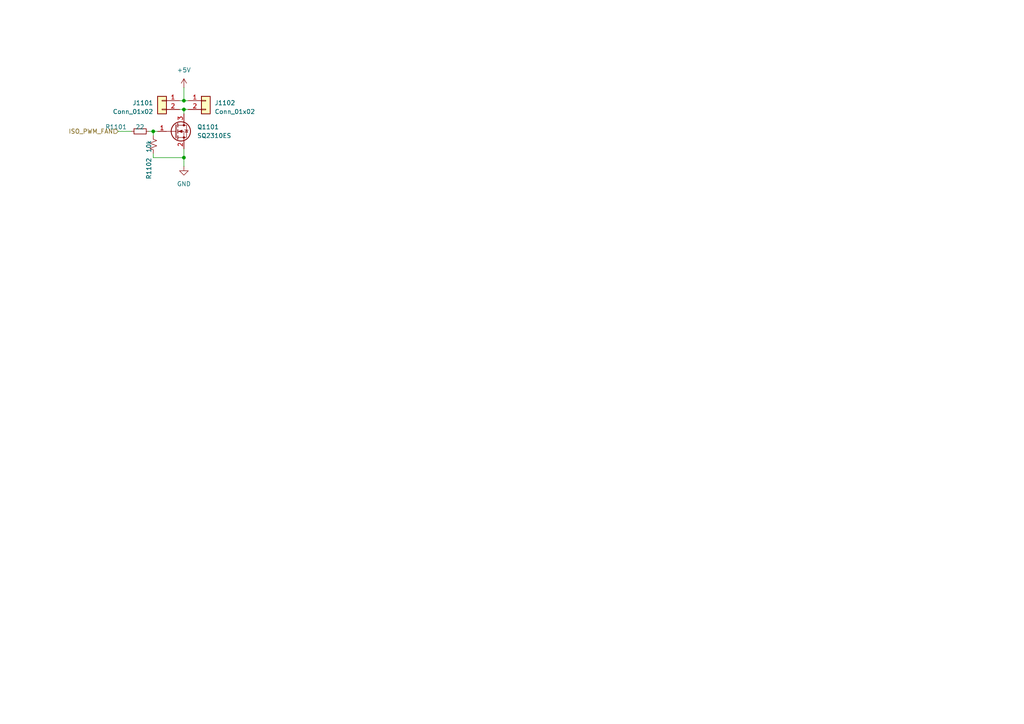
<source format=kicad_sch>
(kicad_sch (version 20231120) (generator "eeschema") (generator_version "8.0")
  (paper "A4")
  (title_block (title "AAP Inverter") (date "2023-05-01") (company "ENSEA"))
  (lib_symbols
    (symbol "Connector_Generic:Conn_01x02" (pin_names (offset 1.016) hide)
      (property "Reference" "J" (at 0 2.54 0))
      (property "Value" "Conn_01x02" (at 0 -5.08 0))
      (symbol "Conn_01x02_1_1"
        (rectangle (start -1.27 -2.413) (end 0 -2.667) (stroke (width 0.1524)))
        (rectangle (start -1.27 0.127) (end 0 -0.127) (stroke (width 0.1524)))
        (rectangle (start -1.27 1.27) (end 1.27 -3.81) (stroke (width 0.254)) (fill (type background)))
        (pin passive line (at -5.08 0 0) (length 3.81) (name "Pin_1") (number "1"))
        (pin passive line (at -5.08 -2.54 0) (length 3.81) (name "Pin_2") (number "2"))
      )
    )
    (symbol "Device:Q_NMOS_GSD" (pin_names (offset 0) hide)
      (property "Reference" "Q" (at 5.08 1.27 0))
      (property "Value" "Q_NMOS_GSD" (at 5.08 -1.27 0))
      (symbol "Q_NMOS_GSD_0_1"
        (polyline (pts (xy 0.254 0) (xy -2.54 0)))
        (polyline (pts (xy 0.254 1.905) (xy 0.254 -1.905)) (stroke (width 0.254)))
        (polyline (pts (xy 0.762 -1.27) (xy 0.762 -2.286)) (stroke (width 0.254)))
        (polyline (pts (xy 0.762 0.508) (xy 0.762 -0.508)) (stroke (width 0.254)))
        (polyline (pts (xy 0.762 2.286) (xy 0.762 1.27)) (stroke (width 0.254)))
        (polyline (pts (xy 2.54 2.54) (xy 2.54 1.778)))
        (polyline (pts (xy 2.54 -2.54) (xy 2.54 0) (xy 0.762 0)))
        (polyline (pts (xy 0.762 -1.778) (xy 3.302 -1.778) (xy 3.302 1.778) (xy 0.762 1.778)))
        (polyline (pts (xy 1.016 0) (xy 2.032 0.381) (xy 2.032 -0.381) (xy 1.016 0)) (fill (type outline)))
        (polyline (pts (xy 2.794 0.508) (xy 2.921 0.381) (xy 3.683 0.381) (xy 3.81 0.254)))
        (polyline (pts (xy 3.302 0.381) (xy 2.921 -0.254) (xy 3.683 -0.254) (xy 3.302 0.381)))
        (circle (center 1.651 0) (radius 2.794) (stroke (width 0.254)))
        (circle (center 2.54 -1.778) (radius 0.254) (fill (type outline)))
        (circle (center 2.54 1.778) (radius 0.254) (fill (type outline)))
      )
      (symbol "Q_NMOS_GSD_1_1"
        (pin input line (at -5.08 0 0) (length 2.54) (name "G") (number "1"))
        (pin passive line (at 2.54 -5.08 90) (length 2.54) (name "S") (number "2"))
        (pin passive line (at 2.54 5.08 270) (length 2.54) (name "D") (number "3"))
      )
    )
    (symbol "Device:R_Small" (pin_numbers hide) (pin_names (offset 0.254) hide)
      (property "Reference" "R" (at 0.762 0.508 0))
      (property "Value" "R_Small" (at 0.762 -1.016 0))
      (symbol "R_Small_0_1"
        (rectangle (start -0.762 1.778) (end 0.762 -1.778) (stroke (width 0.2032)))
      )
      (symbol "R_Small_1_1"
        (pin passive line (at 0 2.54 270) (length 0.762) (name "~") (number "1"))
        (pin passive line (at 0 -2.54 90) (length 0.762) (name "~") (number "2"))
      )
    )
    (symbol "Device:R_Small_US" (pin_numbers hide) (pin_names (offset 0.254) hide)
      (property "Reference" "R" (at 0.762 0.508 0))
      (property "Value" "R_Small_US" (at 0.762 -1.016 0))
      (symbol "R_Small_US_1_1"
        (polyline (pts (xy 0 0) (xy 1.016 -0.381) (xy 0 -0.762) (xy -1.016 -1.143) (xy 0 -1.524)))
        (polyline (pts (xy 0 1.524) (xy 1.016 1.143) (xy 0 0.762) (xy -1.016 0.381) (xy 0 0)))
        (pin passive line (at 0 2.54 270) (length 1.016) (name "~") (number "1"))
        (pin passive line (at 0 -2.54 90) (length 1.016) (name "~") (number "2"))
      )
    )
    (symbol "power:+5V" (power) (pin_numbers hide) (pin_names (offset 0) hide)
      (property "Value" "+5V" (at 0 3.556 0))
      (symbol "+5V_0_1"
        (polyline (pts (xy -0.762 1.27) (xy 0 2.54)))
        (polyline (pts (xy 0 0) (xy 0 2.54)))
        (polyline (pts (xy 0 2.54) (xy 0.762 1.27)))
      )
      (symbol "+5V_1_1"
        (pin power_in line (at 0 0 90) (length 0) (name "~") (number "1"))
      )
    )
    (symbol "power:GND" (power) (pin_numbers hide) (pin_names (offset 0) hide)
      (property "Value" "GND" (at 0 -3.81 0))
      (symbol "GND_0_1"
        (polyline (pts (xy 0 0) (xy 0 -1.27) (xy 1.27 -1.27) (xy 0 -2.54) (xy -1.27 -1.27) (xy 0 -1.27)))
      )
      (symbol "GND_1_1"
        (pin power_in line (at 0 0 270) (length 0) (name "~") (number "1"))
      )
    )
  )
  (junction (at 53.34 31.75))
  (junction (at 44.45 38.1))
  (junction (at 53.34 29.21))
  (junction (at 53.34 45.72))
  (wire (pts (xy 44.45 38.1) (xy 44.45 39.37)))
  (wire (pts (xy 44.45 38.1) (xy 45.72 38.1)))
  (wire (pts (xy 44.45 45.72) (xy 53.34 45.72)))
  (wire (pts (xy 44.45 44.45) (xy 44.45 45.72)))
  (wire (pts (xy 52.07 31.75) (xy 53.34 31.75)))
  (wire (pts (xy 53.34 31.75) (xy 53.34 33.02)))
  (wire (pts (xy 53.34 29.21) (xy 54.61 29.21)))
  (wire (pts (xy 53.34 25.4) (xy 53.34 29.21)))
  (wire (pts (xy 52.07 29.21) (xy 53.34 29.21)))
  (wire (pts (xy 53.34 45.72) (xy 53.34 48.26)))
  (wire (pts (xy 34.29 38.1) (xy 38.1 38.1)))
  (wire (pts (xy 43.18 38.1) (xy 44.45 38.1)))
  (wire (pts (xy 53.34 31.75) (xy 54.61 31.75)))
  (wire (pts (xy 53.34 43.18) (xy 53.34 45.72)))
  (hierarchical_label "ISO_PWM_FAN" (shape input) (at 34.29 38.1 180))
  (symbol (lib_id "power:+5V") (at 53.34 25.4 0) (unit 1)
    (property "Reference" "#PWR020" (effects (hide yes)))
    (property "Value" "+5V" (at 53.34 20.32 0))
    (property "Description" "Power symbol creates a global label with name \"+5V\"" (effects (hide yes)))
  )
  (symbol (lib_id "power:GND") (at 53.34 48.26 0) (unit 1)
    (property "Reference" "#PWR019" (effects (hide yes)))
    (property "Value" "GND" (at 53.34 53.34 0))
    (property "Description" "Power symbol creates a global label with name \"GND\" , ground" (effects (hide yes)))
  )
  (symbol (lib_id "Device:Q_NMOS_GSD") (at 50.8 38.1 0) (unit 1)
    (property "Reference" "Q1101" (at 57.15 36.8299 0) (effects (justify left)))
    (property "Value" "SQ2310ES" (at 57.15 39.3699 0) (effects (justify left)))
    (property "Footprint" "Package_TO_SOT_SMD:SOT-23" (effects (hide yes)))
    (property "Fournisseur" "RS" (effects (hide yes)))
    (property "MFR" "SQ2310ES-T1_BE3" (effects (hide yes)))
    (property "Ref" "787-9443" (effects (hide yes)))
    (instances (project "Inverter_KiCAD" (path "" (reference "Q1101") (unit 1))) (project "QuadCop" (path "" (reference "Q?") (unit 1))))
  )
  (symbol (lib_id "Device:R_Small") (at 40.64 38.1 270) (unit 1)
    (property "Reference" "R1101" (at 36.83 36.83 90) (effects (justify right)))
    (property "Value" "22" (at 41.91 36.83 90) (effects (justify right)))
    (property "Footprint" "Resistor_SMD:R_0402_1005Metric" (effects (hide yes)))
    (property "Fournisseur" "Stock" (effects (hide yes)))
    (instances (project "Inverter_KiCAD" (path "" (reference "R1101") (unit 1))) (project "QuadCop" (path "" (reference "R?") (unit 1))))
  )
  (symbol (lib_id "Connector_Generic:Conn_01x02") (at 46.99 29.21 0) (mirror y) (unit 1)
    (property "Reference" "J1101" (at 44.45 29.845 0) (effects (justify left)))
    (property "Value" "Conn_01x02" (at 44.45 32.385 0) (effects (justify left)))
    (property "Footprint" "Connector_JST:JST_XH_B2B-XH-A_1x02_P2.50mm_Vertical" (effects (hide yes)))
    (property "Fournisseur" "Stock" (effects (hide yes)))
  )
  (symbol (lib_id "Connector_Generic:Conn_01x02") (at 59.69 29.21 0) (unit 1)
    (property "Reference" "J1102" (at 62.23 29.845 0) (effects (justify left)))
    (property "Value" "Conn_01x02" (at 62.23 32.385 0) (effects (justify left)))
    (property "Footprint" "Connector_JST:JST_XH_B2B-XH-A_1x02_P2.50mm_Vertical" (effects (hide yes)))
    (property "Fournisseur" "Stock" (effects (hide yes)))
  )
  (symbol (lib_id "Device:R_Small_US") (at 44.45 41.91 0) (unit 1)
    (property "Reference" "R1102" (at 43.18 45.72 90) (effects (justify right)))
    (property "Value" "10k" (at 43.18 40.64 90) (effects (justify right)))
    (property "Footprint" "Resistor_SMD:R_0402_1005Metric" (effects (hide yes)))
    (property "Fournisseur" "Farnell" (effects (hide yes)))
    (property "MFR" "MC00625W0402110K" (effects (hide yes)))
    (property "Ref" "2130433" (effects (hide yes)))
    (instances (project "Inverter_KiCAD" (path "" (reference "R1102") (unit 1))) (project "QuadCop" (path "" (reference "R?") (unit 1))))
  )
)
</source>
